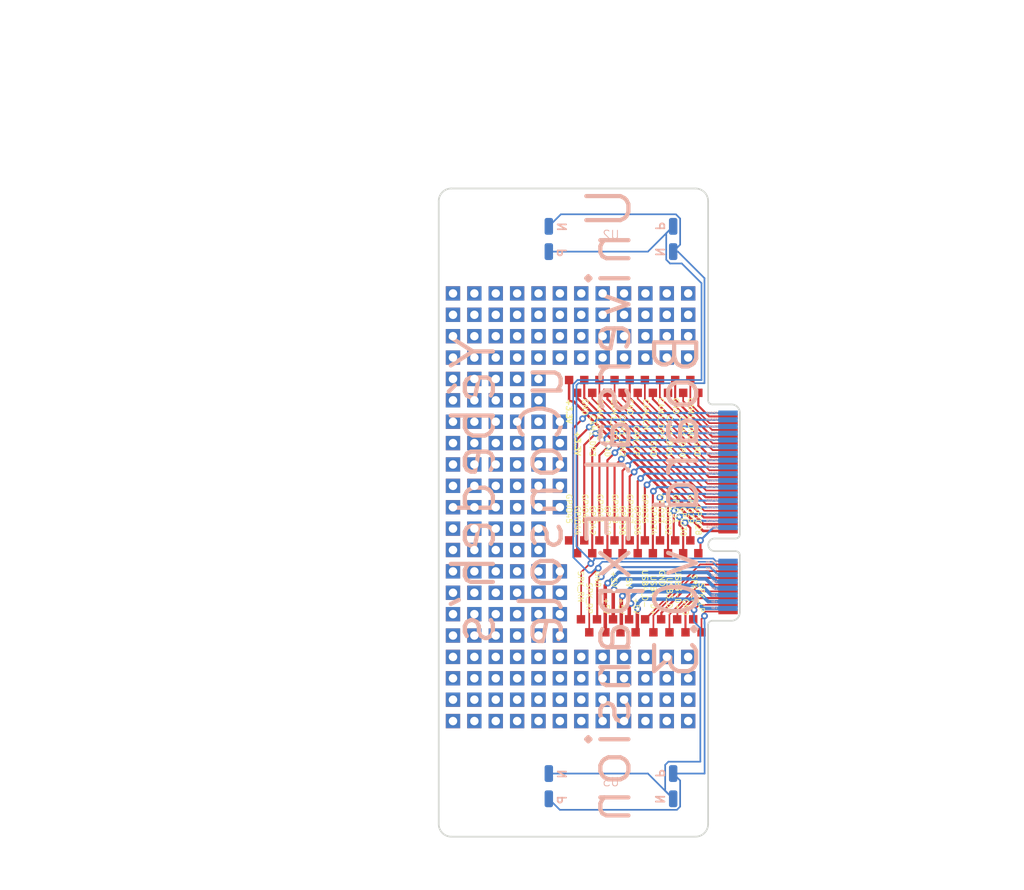
<source format=kicad_pcb>
(kicad_pcb (version 20240108) (generator "pcbnew") (generator_version "8.0")
  (title_block (title "uConsole expansion card template") (date "2024-07-10") (rev "0.1"))
  (layers (0 "F.Cu" signal) (31 "B.Cu" signal) (34 "B.Paste" user) (35 "F.Paste" user) (36 "B.SilkS" user "B.Silkscreen") (37 "F.SilkS" user "F.Silkscreen") (38 "B.Mask" user) (39 "F.Mask" user) (44 "Edge.Cuts" user))
  (net 0 "")
  (net 1 "/SPEAKER_LP")
  (net 2 "/SPEAKER_LN")
  (net 3 "/CAM1_DP3")
  (net 4 "/CAM1_DN3")
  (net 5 "/CAM1_DN2")
  (net 6 "/CAM1_CP")
  (net 7 "/CAM1_CN")
  (net 8 "/CAM1_DP1")
  (net 9 "/CAM1_DN1")
  (net 10 "/CAM1_DP0")
  (net 11 "/CAM1_DN0")
  (net 12 "+5V")
  (net 13 "GND")
  (net 14 "+3V3")
  (net 15 "/GPIO28")
  (net 16 "/GPIO29")
  (net 17 "/GPIO30")
  (net 18 "/GPIO31")
  (net 19 "/GPIO32")
  (net 20 "/GPIO33")
  (net 21 "/GPIO34")
  (net 22 "/GPIO35")
  (net 23 "/GPIO36")
  (net 24 "/GPIO37")
  (net 25 "/GPIO38")
  (net 26 "/GPIO39")
  (net 27 "/GPIO40")
  (net 28 "/GPIO41")
  (net 29 "/GPIO42")
  (net 30 "/GPIO43")
  (net 31 "/GPIO44")
  (net 32 "/GPIO45")
  (net 33 "/USB4_D+")
  (net 34 "/USB4_D-")
  (net 35 "/USB3_D-")
  (net 36 "/SPEAKER_RN")
  (net 37 "/CAM1_DP2")
  (net 38 "/SPEAKER_RP")
  (net 39 "/USB3_D+")
  (footprint "" (layer "F.Cu") (at 83.81 112.065)
    (property "Reference" "111" (hide yes))
    (property "Value" "")
  )
  (footprint "" (layer "F.Cu") (at 111.75 117.145)
    (property "Reference" "180" (hide yes))
    (property "Value" "")
  )
  (footprint "" (layer "F.Cu") (at 101.59 81.585)
    (property "Reference" "51" (hide yes))
    (property "Value" "")
  )
  (footprint "" (layer "F.Cu") (at 106.67 81.585)
    (property "Reference" "53" (hide yes))
    (property "Value" "")
  )
  (footprint "" (layer "F.Cu") (at 113.335 114.224)
    (property "Reference" "")
    (property "Value" "")
  )
  (footprint "" (layer "F.Cu") (at 91.43 86.665)
    (property "Reference" "64" (hide yes))
    (property "Value" "")
  )
  (footprint "" (layer "F.Cu") (at 93.97 81.585)
    (property "Reference" "48" (hide yes))
    (property "Value" "")
  )
  (footprint "" (layer "F.Cu") (at 83.81 73.965)
    (property "Reference" "" (hide yes))
    (property "Value" "")
  )
  (footprint "" (layer "F.Cu") (at 96.51 109.525)
    (property "Reference" "147" (hide yes))
    (property "Value" "")
  )
  (footprint "" (layer "F.Cu") (at 100 114.224)
    (property "Reference" "")
    (property "Value" "")
  )
  (footprint "" (layer "F.Cu") (at 97.604 84.252)
    (property "Reference" "")
    (property "Value" "")
  )
  (footprint "" (layer "F.Cu") (at 83.81 96.825)
    (property "Reference" "81" (hide yes))
    (property "Value" "")
  )
  (footprint "" (layer "F.Cu") (at 99.05 81.585)
    (property "Reference" "50" (hide yes))
    (property "Value" "")
  )
  (footprint "" (layer "F.Cu") (at 98.554 104.826)
    (property "Reference" "")
    (property "Value" "")
  )
  (footprint "" (layer "F.Cu") (at 93.97 73.965)
    (property "Reference" "12" (hide yes))
    (property "Value" "")
  )
  (footprint "" (layer "F.Cu") (at 106.67 119.685)
    (property "Reference" "171" (hide yes))
    (property "Value" "")
  )
  (footprint "" (layer "F.Cu") (at 86.35 106.985)
    (property "Reference" "102" (hide yes))
    (property "Value" "")
  )
  (footprint "MountingHole:MountingHole_5mm" (layer "F.Cu") (at 89.1288 67.488 90)
    (property "Reference" "H1" (hide yes))
    (property "Value" "MountingHole")
  )
  (footprint "" (layer "F.Cu") (at 86.35 79.045)
    (property "Reference" "33" (hide yes))
    (property "Value" "")
  )
  (footprint "" (layer "F.Cu") (at 88.89 99.365)
    (property "Reference" "88" (hide yes))
    (property "Value" "")
  )
  (footprint "" (layer "F.Cu") (at 111.75 79.045)
    (property "Reference" "43" (hide yes))
    (property "Value" "")
  )
  (footprint "" (layer "F.Cu") (at 93.97 101.905)
    (property "Reference" "95" (hide yes))
    (property "Value" "")
  )
  (footprint "" (layer "F.Cu") (at 110.204 103.302)
    (property "Reference" "7" (hide yes))
    (property "Value" "")
  )
  (footprint "" (layer "F.Cu") (at 111.75 73.965)
    (property "Reference" "19" (hide yes))
    (property "Value" "")
  )
  (footprint "" (layer "F.Cu") (at 88.89 73.965)
    (property "Reference" "10" (hide yes))
    (property "Value" "")
  )
  (footprint "" (layer "F.Cu") (at 104.13 73.965)
    (property "Reference" "16" (hide yes))
    (property "Value" "")
  )
  (footprint "" (layer "F.Cu") (at 86.35 104.445)
    (property "Reference" "97" (hide yes))
    (property "Value" "")
  )
  (footprint "" (layer "F.Cu") (at 83.81 119.685)
    (property "Reference" "126" (hide yes))
    (property "Value" "")
  )
  (footprint "" (layer "F.Cu") (at 88.89 112.065)
    (property "Reference" "113" (hide yes))
    (property "Value" "")
  )
  (footprint "" (layer "F.Cu") (at 83.81 114.605)
    (property "Reference" "116" (hide yes))
    (property "Value" "")
  )
  (footprint "" (layer "F.Cu") (at 88.89 84.125)
    (property "Reference" "58" (hide yes))
    (property "Value" "")
  )
  (footprint "" (layer "F.Cu") (at 86.35 84.125)
    (property "Reference" "57" (hide yes))
    (property "Value" "")
  )
  (footprint "" (layer "F.Cu") (at 100.354 104.826)
    (property "Reference" "1" (hide yes))
    (property "Value" "")
  )
  (footprint "" (layer "F.Cu") (at 91.43 124.765)
    (property "Reference" "139" (hide yes))
    (property "Value" "")
  )
  (footprint "" (layer "F.Cu") (at 83.81 81.585)
    (property "Reference" "44" (hide yes))
    (property "Value" "")
  )
  (footprint "" (layer "F.Cu") (at 86.35 114.605)
    (property "Reference" "117" (hide yes))
    (property "Value" "")
  )
  (footprint "" (layer "F.Cu") (at 83.81 86.665)
    (property "Reference" "61" (hide yes))
    (property "Value" "")
  )
  (footprint "" (layer "F.Cu") (at 83.81 84.125)
    (property "Reference" "56" (hide yes))
    (property "Value" "")
  )
  (footprint "" (layer "F.Cu") (at 83.81 99.365)
    (property "Reference" "86" (hide yes))
    (property "Value" "")
  )
  (footprint "" (layer "F.Cu") (at 103.954 104.826)
    (property "Reference" "3" (hide yes))
    (property "Value" "")
  )
  (footprint "" (layer "F.Cu") (at 111.154 85.776)
    (property "Reference" "7" (hide yes))
    (property "Value" "")
  )
  (footprint "" (layer "F.Cu") (at 106.67 124.765)
    (property "Reference" "173" (hide yes))
    (property "Value" "")
  )
  (footprint "" (layer "F.Cu") (at 99.011 112.678)
    (property "Reference" "")
    (property "Value" "")
  )
  (footprint "" (layer "F.Cu") (at 99.05 119.685)
    (property "Reference" "156" (hide yes))
    (property "Value" "")
  )
  (footprint "" (layer "F.Cu") (at 112.004 103.302)
    (property "Reference" "8" (hide yes))
    (property "Value" "")
  )
  (footprint "" (layer "F.Cu") (at 88.89 114.605)
    (property "Reference" "118" (hide yes))
    (property "Value" "")
  )
  (footprint "" (layer "F.Cu") (at 88.89 124.765)
    (property "Reference" "138" (hide yes))
    (property "Value" "")
  )
  (footprint "" (layer "F.Cu") (at 103.004 84.252)
    (property "Reference" "3" (hide yes))
    (property "Value" "")
  )
  (footprint "" (layer "F.Cu") (at 101.905 114.224)
    (property "Reference" "")
    (property "Value" "")
  )
  (footprint "" (layer "F.Cu") (at 93.97 96.825)
    (property "Reference" "85" (hide yes))
    (property "Value" "")
  )
  (footprint "" (layer "F.Cu") (at 103.705 114.224)
    (property "Reference" "")
    (property "Value" "")
  )
  (footprint "" (layer "F.Cu") (at 110.441 112.678)
    (property "Reference" "")
    (property "Value" "")
  )
  (footprint "" (layer "F.Cu") (at 100.354 85.776)
    (property "Reference" "1" (hide yes))
    (property "Value" "")
  )
  (footprint "" (layer "F.Cu") (at 86.35 86.665)
    (property "Reference" "62" (hide yes))
    (property "Value" "")
  )
  (footprint "" (layer "F.Cu") (at 108.536 112.678)
    (property "Reference" "")
    (property "Value" "")
  )
  (footprint "" (layer "F.Cu") (at 105.754 104.826)
    (property "Reference" "4" (hide yes))
    (property "Value" "")
  )
  (footprint "" (layer "F.Cu") (at 88.89 101.905)
    (property "Reference" "93" (hide yes))
    (property "Value" "")
  )
  (footprint "" (layer "F.Cu") (at 106.604 84.252)
    (property "Reference" "5" (hide yes))
    (property "Value" "")
  )
  (footprint "" (layer "F.Cu") (at 83.81 124.765)
    (property "Reference" "136" (hide yes))
    (property "Value" "")
  )
  (footprint "" (layer "F.Cu") (at 107.554 85.776)
    (property "Reference" "5" (hide yes))
    (property "Value" "")
  )
  (footprint "" (layer "F.Cu") (at 109.21 119.685)
    (property "Reference" "176" (hide yes))
    (property "Value" "")
  )
  (footprint "" (layer "F.Cu") (at 91.43 76.505)
    (property "Reference" "23" (hide yes))
    (property "Value" "")
  )
  (footprint "" (layer "F.Cu") (at 88.89 109.525)
    (property "Reference" "108" (hide yes))
    (property "Value" "")
  )
  (footprint "" (layer "F.Cu") (at 88.89 86.665)
    (property "Reference" "63" (hide yes))
    (property "Value" "")
  )
  (footprint "" (layer "F.Cu") (at 111.75 122.225)
    (property "Reference" "182" (hide yes))
    (property "Value" "")
  )
  (footprint "" (layer "F.Cu") (at 100.916 112.678)
    (property "Reference" "")
    (property "Value" "")
  )
  (footprint "" (layer "F.Cu") (at 86.35 89.205)
    (property "Reference" "67" (hide yes))
    (property "Value" "")
  )
  (footprint "" (layer "F.Cu") (at 107.62 114.224)
    (property "Reference" "")
    (property "Value" "")
  )
  (footprint "" (layer "F.Cu") (at 111.154 104.826)
    (property "Reference" "7" (hide yes))
    (property "Value" "")
  )
  (footprint "" (layer "F.Cu") (at 109.21 122.225)
    (property "Reference" "177" (hide yes))
    (property "Value" "")
  )
  (footprint "" (layer "F.Cu") (at 104.13 124.765)
    (property "Reference" "168" (hide yes))
    (property "Value" "")
  )
  (footprint "" (layer "F.Cu") (at 91.43 99.365)
    (property "Reference" "89" (hide yes))
    (property "Value" "")
  )
  (footprint "" (layer "F.Cu") (at 109.21 76.505)
    (property "Reference" "30" (hide yes))
    (property "Value" "")
  )
  (footprint "" (layer "F.Cu") (at 105.505 114.224)
    (property "Reference" "")
    (property "Value" "")
  )
  (footprint "" (layer "F.Cu") (at 104.13 117.145)
    (property "Reference" "165" (hide yes))
    (property "Value" "")
  )
  (footprint "" (layer "F.Cu") (at 96.51 112.065)
    (property "Reference" "148" (hide yes))
    (property "Value" "")
  )
  (footprint "" (layer "F.Cu") (at 91.43 114.605)
    (property "Reference" "119" (hide yes))
    (property "Value" "")
  )
  (footprint "" (layer "F.Cu") (at 96.51 124.765)
    (property "Reference" "153" (hide yes))
    (property "Value" "")
  )
  (footprint "" (layer "F.Cu") (at 101.204 103.302)
    (property "Reference" "2" (hide yes))
    (property "Value" "")
  )
  (footprint "" (layer "F.Cu") (at 83.81 76.505)
    (property "Reference" "20" (hide yes))
    (property "Value" "")
  )
  (footprint "" (layer "F.Cu") (at 109.21 79.045)
    (property "Reference" "42" (hide yes))
    (property "Value" "")
  )
  (footprint "" (layer "F.Cu") (at 91.43 94.285)
    (property "Reference" "79" (hide yes))
    (property "Value" "")
  )
  (footprint "" (layer "F.Cu") (at 93.97 86.665)
    (property "Reference" "65" (hide yes))
    (property "Value" "")
  )
  (footprint "" (layer "F.Cu") (at 96.51 73.965)
    (property "Reference" "13" (hide yes))
    (property "Value" "")
  )
  (footprint "" (layer "F.Cu") (at 96.51 91.745)
    (property "Reference" "144" (hide yes))
    (property "Value" "")
  )
  (footprint "" (layer "F.Cu") (at 112.954 104.826)
    (property "Reference" "8" (hide yes))
    (property "Value" "")
  )
  (footprint "" (layer "F.Cu") (at 83.81 109.525)
    (property "Reference" "106" (hide yes))
    (property "Value" "")
  )
  (footprint "" (layer "F.Cu") (at 93.97 79.045)
    (property "Reference" "36" (hide yes))
    (property "Value" "")
  )
  (footprint "" (layer "F.Cu") (at 91.43 104.445)
    (property "Reference" "99" (hide yes))
    (property "Value" "")
  )
  (footprint "" (layer "F.Cu") (at 86.35 124.765)
    (property "Reference" "137" (hide yes))
    (property "Value" "")
  )
  (footprint "" (layer "F.Cu") (at 104.726 112.678)
    (property "Reference" "")
    (property "Value" "")
  )
  (footprint "" (layer "F.Cu") (at 112.004 84.252)
    (property "Reference" "8" (hide yes))
    (property "Value" "")
  )
  (footprint "" (layer "F.Cu") (at 83.81 91.745)
    (property "Reference" "71" (hide yes))
    (property "Value" "")
  )
  (footprint "" (layer "F.Cu") (at 88.89 117.145)
    (property "Reference" "123" (hide yes))
    (property "Value" "")
  )
  (footprint "" (layer "F.Cu") (at 99.05 73.965)
    (property "Reference" "14" (hide yes))
    (property "Value" "")
  )
  (footprint "" (layer "F.Cu") (at 93.97 106.985)
    (property "Reference" "105" (hide yes))
    (property "Value" "")
  )
  (footprint "" (layer "F.Cu") (at 105.754 85.776)
    (property "Reference" "4" (hide yes))
    (property "Value" "")
  )
  (footprint "" (layer "F.Cu") (at 88.89 81.585)
    (property "Reference" "46" (hide yes))
    (property "Value" "")
  )
  (footprint "" (layer "F.Cu") (at 101.59 73.965)
    (property "Reference" "15" (hide yes))
    (property "Value" "")
  )
  (footprint "" (layer "F.Cu") (at 102.154 85.776)
    (property "Reference" "2" (hide yes))
    (property "Value" "")
  )
  (footprint "" (layer "F.Cu") (at 88.89 89.205)
    (property "Reference" "68" (hide yes))
    (property "Value" "")
  )
  (footprint "" (layer "F.Cu") (at 109.354 104.826)
    (property "Reference" "6" (hide yes))
    (property "Value" "")
  )
  (footprint "" (layer "F.Cu") (at 104.13 122.225)
    (property "Reference" "167" (hide yes))
    (property "Value" "")
  )
  (footprint "" (layer "F.Cu") (at 83.81 94.285)
    (property "Reference" "76" (hide yes))
    (property "Value" "")
  )
  (footprint "" (layer "F.Cu") (at 93.97 94.285)
    (property "Reference" "80" (hide yes))
    (property "Value" "")
  )
  (footprint "" (layer "F.Cu") (at 83.81 101.905)
    (property "Reference" "91" (hide yes))
    (property "Value" "")
  )
  (footprint "" (layer "F.Cu") (at 101.59 117.145)
    (property "Reference" "160" (hide yes))
    (property "Value" "")
  )
  (footprint "" (layer "F.Cu") (at 88.89 104.445)
    (property "Reference" "98" (hide yes))
    (property "Value" "")
  )
  (footprint "" (layer "F.Cu") (at 96.51 96.825)
    (property "Reference" "154" (hide yes))
    (property "Value" "")
  )
  (footprint "" (layer "F.Cu") (at 99.05 117.145)
    (property "Reference" "155" (hide yes))
    (property "Value" "")
  )
  (footprint "" (layer "F.Cu") (at 97.604 103.302)
    (property "Reference" "")
    (property "Value" "")
  )
  (footprint "" (layer "F.Cu") (at 91.43 119.685)
    (property "Reference" "129" (hide yes))
    (property "Value" "")
  )
  (footprint "" (layer "F.Cu") (at 96.51 119.685)
    (property "Reference" "151" (hide yes))
    (property "Value" "")
  )
  (footprint "" (layer "F.Cu") (at 93.97 112.065)
    (property "Reference" "115" (hide yes))
    (property "Value" "")
  )
  (footprint "" (layer "F.Cu") (at 93.97 119.685)
    (property "Reference" "130" (hide yes))
    (property "Value" "")
  )
  (footprint "" (layer "F.Cu") (at 93.97 117.145)
    (property "Reference" "125" (hide yes))
    (property "Value" "")
  )
  (footprint "" (layer "F.Cu") (at 96.51 99.365)
    (property "Reference" "159" (hide yes))
    (property "Value" "")
  )
  (footprint "" (layer "F.Cu") (at 98.554 85.776)
    (property "Reference" "")
    (property "Value" "")
  )
  (footprint "" (layer "F.Cu") (at 88.89 76.505)
    (property "Reference" "22" (hide yes))
    (property "Value" "")
  )
  (footprint "" (layer "F.Cu") (at 91.43 96.825)
    (property "Reference" "84" (hide yes))
    (property "Value" "")
  )
  (footprint "" (layer "F.Cu") (at 86.35 99.365)
    (property "Reference" "87" (hide yes))
    (property "Value" "")
  )
  (footprint "" (layer "F.Cu") (at 91.43 122.225)
    (property "Reference" "134" (hide yes))
    (property "Value" "")
  )
  (footprint "" (layer "F.Cu") (at 88.89 119.685)
    (property "Reference" "128" (hide yes))
    (property "Value" "")
  )
  (footprint "" (layer "F.Cu") (at 106.631 112.678)
    (property "Reference" "")
    (property "Value" "")
  )
  (footprint "" (layer "F.Cu") (at 109.525 114.224)
    (property "Reference" "")
    (property "Value" "")
  )
  (footprint "" (layer "F.Cu") (at 86.35 76.505)
    (property "Reference" "21" (hide yes))
    (property "Value" "")
  )
  (footprint "" (layer "F.Cu") (at 103.004 103.302)
    (property "Reference" "3" (hide yes))
    (property "Value" "")
  )
  (footprint "" (layer "F.Cu") (at 99.05 124.765)
    (property "Reference" "158" (hide yes))
    (property "Value" "")
  )
  (footprint "" (layer "F.Cu") (at 111.75 124.765)
    (property "Reference" "183" (hide yes))
    (property "Value" "")
  )
  (footprint "" (layer "F.Cu") (at 104.804 103.302)
    (property "Reference" "4" (hide yes))
    (property "Value" "")
  )
  (footprint "" (layer "F.Cu") (at 93.97 104.445)
    (property "Reference" "100" (hide yes))
    (property "Value" "")
  )
  (footprint "" (layer "F.Cu") (at 88.89 122.225)
    (property "Reference" "133" (hide yes))
    (property "Value" "")
  )
  (footprint "" (layer "F.Cu") (at 111.75 119.685)
    (property "Reference" "181" (hide yes))
    (property "Value" "")
  )
  (footprint "" (layer "F.Cu") (at 83.81 122.225)
    (property "Reference" "131" (hide yes))
    (property "Value" "")
  )
  (footprint "" (layer "F.Cu") (at 86.35 73.965)
    (property "Reference" "9" (hide yes))
    (property "Value" "")
  )
  (footprint "" (layer "F.Cu") (at 86.35 122.225)
    (property "Reference" "132" (hide yes))
    (property "Value" "")
  )
  (footprint "" (layer "F.Cu") (at 91.43 79.045)
    (property "Reference" "35" (hide yes))
    (property "Value" "")
  )
  (footprint "uconsole:edge-minipcie" (layer "F.Cu") (at 115.99 100)
    (property "Reference" "U1" (hide yes))
    (property "Value" "UC EXPANSION")
  )
  (footprint "" (layer "F.Cu") (at 111.75 81.585)
    (property "Reference" "55" (hide yes))
    (property "Value" "")
  )
  (footprint "MountingHole:MountingHole_5mm" (layer "F.Cu") (at 89.205 132.385)
    (property "Reference" "H2" (hide yes))
    (property "Value" "MountingHole")
  )
  (footprint "" (layer "F.Cu") (at 86.35 119.685)
    (property "Reference" "127" (hide yes))
    (property "Value" "")
  )
  (footprint "" (layer "F.Cu") (at 107.554 104.826)
    (property "Reference" "5" (hide yes))
    (property "Value" "")
  )
  (footprint "" (layer "F.Cu") (at 88.89 94.285)
    (property "Reference" "78" (hide yes))
    (property "Value" "")
  )
  (footprint "" (layer "F.Cu") (at 102.154 104.826)
    (property "Reference" "2" (hide yes))
    (property "Value" "")
  )
  (footprint "" (layer "F.Cu") (at 91.43 84.125)
    (property "Reference" "59" (hide yes))
    (property "Value" "")
  )
  (footprint "" (layer "F.Cu") (at 104.13 79.045)
    (property "Reference" "40" (hide yes))
    (property "Value" "")
  )
  (footprint "" (layer "F.Cu") (at 109.21 81.585)
    (property "Reference" "54" (hide yes))
    (property "Value" "")
  )
  (footprint "" (layer "F.Cu") (at 96.51 76.505)
    (property "Reference" "25" (hide yes))
    (property "Value" "")
  )
  (footprint "" (layer "F.Cu") (at 93.97 76.505)
    (property "Reference" "24" (hide yes))
    (property "Value" "")
  )
  (footprint "" (layer "F.Cu") (at 104.13 76.505)
    (property "Reference" "28" (hide yes))
    (property "Value" "")
  )
  (footprint "" (layer "F.Cu") (at 91.43 109.525)
    (property "Reference" "109" (hide yes))
    (property "Value" "")
  )
  (footprint "" (layer "F.Cu") (at 96.51 122.225)
    (property "Reference" "152" (hide yes))
    (property "Value" "")
  )
  (footprint "" (layer "F.Cu") (at 86.35 101.905)
    (property "Reference" "92" (hide yes))
    (property "Value" "")
  )
  (footprint "" (layer "F.Cu") (at 91.43 73.965)
    (property "Reference" "11" (hide yes))
    (property "Value" "")
  )
  (footprint "" (layer "F.Cu") (at 86.35 94.285)
    (property "Reference" "77" (hide yes))
    (property "Value" "")
  )
  (footprint "" (layer "F.Cu") (at 91.43 112.065)
    (property "Reference" "114" (hide yes))
    (property "Value" "")
  )
  (footprint "" (layer "F.Cu") (at 91.43 101.905)
    (property "Reference" "94" (hide yes))
    (property "Value" "")
  )
  (footprint "" (layer "F.Cu") (at 96.51 89.205)
    (property "Reference" "143" (hide yes))
    (property "Value" "")
  )
  (footprint "" (layer "F.Cu") (at 99.404 103.302)
    (property "Reference" "1" (hide yes))
    (property "Value" "")
  )
  (footprint "" (layer "F.Cu") (at 106.67 117.145)
    (property "Reference" "170" (hide yes))
    (property "Value" "")
  )
  (footprint "" (layer "F.Cu") (at 83.81 89.205)
    (property "Reference" "66" (hide yes))
    (property "Value" "")
  )
  (footprint "" (layer "F.Cu") (at 108.404 84.252)
    (property "Reference" "6" (hide yes))
    (property "Value" "")
  )
  (footprint "" (layer "F.Cu") (at 112.954 85.776)
    (property "Reference" "8" (hide yes))
    (property "Value" "")
  )
  (footprint "" (layer "F.Cu") (at 109.21 117.145)
    (property "Reference" "175" (hide yes))
    (property "Value" "")
  )
  (footprint "" (layer "F.Cu") (at 109.21 124.765)
    (property "Reference" "178" (hide yes))
    (property "Value" "")
  )
  (footprint "" (layer "F.Cu") (at 93.97 99.365)
    (property "Reference" "90" (hide yes))
    (property "Value" "")
  )
  (footprint "" (layer "F.Cu") (at 83.81 79.045)
    (property "Reference" "32" (hide yes))
    (property "Value" "")
  )
  (footprint "" (layer "F.Cu") (at 86.35 109.525)
    (property "Reference" "107" (hide yes))
    (property "Value" "")
  )
  (footprint "" (layer "F.Cu") (at 88.89 96.825)
    (property "Reference" "83" (hide yes))
    (property "Value" "")
  )
  (footprint "" (layer "F.Cu") (at 86.35 112.065)
    (property "Reference" "112" (hide yes))
    (property "Value" "")
  )
  (footprint "" (layer "F.Cu") (at 96.51 106.985)
    (property "Reference" "146" (hide yes))
    (property "Value" "")
  )
  (footprint "" (layer "F.Cu") (at 86.35 117.145)
    (property "Reference" "122" (hide yes))
    (property "Value" "")
  )
  (footprint "" (layer "F.Cu") (at 104.13 119.685)
    (property "Reference" "166" (hide yes))
    (property "Value" "")
  )
  (footprint "" (layer "F.Cu") (at 111.43 114.224)
    (property "Reference" "")
    (property "Value" "")
  )
  (footprint "" (layer "F.Cu") (at 96.51 81.585)
    (property "Reference" "49" (hide yes))
    (property "Value" "")
  )
  (footprint "" (layer "F.Cu") (at 99.05 79.045)
    (property "Reference" "38" (hide yes))
    (property "Value" "")
  )
  (footprint "" (layer "F.Cu") (at 91.43 117.145)
    (property "Reference" "124" (hide yes))
    (property "Value" "")
  )
  (footprint "" (layer "F.Cu") (at 104.804 84.252)
    (property "Reference" "4" (hide yes))
    (property "Value" "")
  )
  (footprint "" (layer "F.Cu") (at 101.204 84.252)
    (property "Reference" "2" (hide yes))
    (property "Value" "")
  )
  (footprint "" (layer "F.Cu") (at 101.59 122.225)
    (property "Reference" "162" (hide yes))
    (property "Value" "")
  )
  (footprint "" (layer "F.Cu") (at 96.51 94.285)
    (property "Reference" "145" (hide yes))
    (property "Value" "")
  )
  (footprint "" (layer "F.Cu") (at 93.97 109.525)
    (property "Reference" "110" (hide yes))
    (property "Value" "")
  )
  (footprint "" (layer "F.Cu") (at 102.821 112.678)
    (property "Reference" "")
    (property "Value" "")
  )
  (footprint "" (layer "F.Cu") (at 108.404 103.302)
    (property "Reference" "6" (hide yes))
    (property "Value" "")
  )
  (footprint "" (layer "F.Cu") (at 93.97 124.765)
    (property "Reference" "140" (hide yes))
    (property "Value" "")
  )
  (footprint "" (layer "F.Cu") (at 106.604 103.302)
    (property "Reference" "5" (hide yes))
    (property "Value" "")
  )
  (footprint "" (layer "F.Cu") (at 86.35 96.825)
    (property "Reference" "82" (hide yes))
    (property "Value" "")
  )
  (footprint "" (layer "F.Cu") (at 88.89 91.745)
    (property "Reference" "73" (hide yes))
    (property "Value" "")
  )
  (footprint "" (layer "F.Cu") (at 91.43 91.745)
    (property "Reference" "74" (hide yes))
    (property "Value" "")
  )
  (footprint "" (layer "F.Cu") (at 83.81 106.985)
    (property "Reference" "101" (hide yes))
    (property "Value" "")
  )
  (footprint "" (layer "F.Cu") (at 103.954 85.776)
    (property "Reference" "3" (hide yes))
    (property "Value" "")
  )
  (footprint "" (layer "F.Cu") (at 110.204 84.252)
    (property "Reference" "7" (hide yes))
    (property "Value" "")
  )
  (footprint "" (layer "F.Cu") (at 93.97 91.745)
    (property "Reference" "75" (hide yes))
    (property "Value" "")
  )
  (footprint "" (layer "F.Cu") (at 88.89 79.045)
    (property "Reference" "34" (hide yes))
    (property "Value" "")
  )
  (footprint "" (layer "F.Cu") (at 106.67 79.045)
    (property "Reference" "41" (hide yes))
    (property "Value" "")
  )
  (footprint "" (layer "F.Cu") (at 93.97 122.225)
    (property "Reference" "135" (hide yes))
    (property "Value" "")
  )
  (footprint "" (layer "F.Cu") (at 112.346 112.678)
    (property "Reference" "")
    (property "Value" "")
  )
  (footprint "" (layer "F.Cu") (at 99.05 122.225)
    (property "Reference" "157" (hide yes))
    (property "Value" "")
  )
  (footprint "" (layer "F.Cu") (at 83.81 104.445)
    (property "Reference" "96" (hide yes))
    (property "Value" "")
  )
  (footprint "" (layer "F.Cu") (at 99.05 76.505)
    (property "Reference" "26" (hide yes))
    (property "Value" "")
  )
  (footprint "" (layer "F.Cu") (at 104.13 81.585)
    (property "Reference" "52" (hide yes))
    (property "Value" "")
  )
  (footprint "" (layer "F.Cu") (at 101.59 119.685)
    (property "Reference" "161" (hide yes))
    (property "Value" "")
  )
  (footprint "" (layer "F.Cu") (at 91.43 81.585)
    (property "Reference" "47" (hide yes))
    (property "Value" "")
  )
  (footprint "" (layer "F.Cu") (at 91.43 89.205)
    (property "Reference" "69" (hide yes))
    (property "Value" "")
  )
  (footprint "" (layer "F.Cu") (at 111.75 76.505)
    (property "Reference" "31" (hide yes))
    (property "Value" "")
  )
  (footprint "" (layer "F.Cu") (at 96.51 117.145)
    (property "Reference" "150" (hide yes))
    (property "Value" "")
  )
  (footprint "" (layer "F.Cu") (at 96.51 114.605)
    (property "Reference" "149" (hide yes))
    (property "Value" "")
  )
  (footprint "" (layer "F.Cu") (at 101.59 76.505)
    (property "Reference" "27" (hide yes))
    (property "Value" "")
  )
  (footprint "" (layer "F.Cu") (at 86.35 81.585)
    (property "Reference" "45" (hide yes))
    (property "Value" "")
  )
  (footprint "" (layer "F.Cu") (at 93.97 89.205)
    (property "Reference" "70" (hide yes))
    (property "Value" "")
  )
  (footprint "" (layer "F.Cu") (at 93.97 84.125)
    (property "Reference" "60" (hide yes))
    (property "Value" "")
  )
  (footprint "" (layer "F.Cu") (at 101.59 79.045)
    (property "Reference" "39" (hide yes))
    (property "Value" "")
  )
  (footprint "" (layer "F.Cu") (at 96.51 79.045)
    (property "Reference" "37" (hide yes))
    (property "Value" "")
  )
  (footprint "" (layer "F.Cu") (at 99.404 84.252)
    (property "Reference" "1" (hide yes))
    (property "Value" "")
  )
  (footprint "" (layer "F.Cu") (at 83.81 117.145)
    (property "Reference" "121" (hide yes))
    (property "Value" "")
  )
  (footprint "" (layer "F.Cu") (at 109.21 73.965)
    (property "Reference" "18" (hide yes))
    (property "Value" "")
  )
  (footprint "" (layer "F.Cu") (at 109.354 85.776)
    (property "Reference" "6" (hide yes))
    (property "Value" "")
  )
  (footprint "" (layer "F.Cu") (at 91.43 106.985)
    (property "Reference" "104" (hide yes))
    (property "Value" "")
  )
  (footprint "" (layer "F.Cu") (at 86.35 91.745)
    (property "Reference" "72" (hide yes))
    (property "Value" "")
  )
  (footprint "" (layer "F.Cu") (at 101.59 124.765)
    (property "Reference" "163" (hide yes))
    (property "Value" "")
  )
  (footprint "" (layer "F.Cu") (at 106.67 76.505)
    (property "Reference" "29" (hide yes))
    (property "Value" "")
  )
  (footprint "" (layer "F.Cu") (at 106.67 122.225)
    (property "Reference" "172" (hide yes))
    (property "Value" "")
  )
  (footprint "" (layer "F.Cu") (at 88.89 106.985)
    (property "Reference" "103" (hide yes))
    (property "Value" "")
  )
  (footprint "" (layer "F.Cu") (at 106.67 73.965)
    (property "Reference" "17" (hide yes))
    (property "Value" "")
  )
  (footprint "" (layer "F.Cu") (at 93.97 114.605)
    (property "Reference" "120" (hide yes))
    (property "Value" "")
  )
  (footprint "uconsole:speaker pads" (layer "B.Cu") (at 102.58 132.5 180)
    (property "Reference" "U3")
    (property "Value" "Speaker")
  )
  (footprint "uconsole:speaker pads" (layer "B.Cu") (at 102.58 67.5 180)
    (property "Reference" "U2")
    (property "Value" "Speaker")
  )
  (gr_arc (start 116.885 87.15) (mid 117.592107 87.442893) (end 117.885 88.15) (stroke (width 0.2)) (layer "Edge.Cuts"))
  (gr_line (start 83.615 61.5) (end 112.615 61.5) (stroke (width 0.2)) (layer "Edge.Cuts"))
  (gr_arc (start 83.615 138.5) (mid 82.55434 138.06066) (end 82.115 137) (stroke (width 0.2)) (layer "Edge.Cuts"))
  (gr_arc (start 117.885 111.85) (mid 117.592107 112.557107) (end 116.885 112.85) (stroke (width 0.2)) (layer "Edge.Cuts"))
  (gr_line (start 116.885 112.85) (end 114.615 112.85) (stroke (width 0.2)) (layer "Edge.Cuts"))
  (gr_line (start 114.115 63) (end 114.115 86.65) (stroke (width 0.2)) (layer "Edge.Cuts"))
  (gr_line (start 114.115 113.35) (end 114.115 137) (stroke (width 0.2)) (layer "Edge.Cuts"))
  (gr_line (start 117.885 88.15) (end 117.885 102.58) (stroke (width 0.2)) (layer "Edge.Cuts"))
  (gr_line (start 112.615 138.5) (end 83.615 138.5) (stroke (width 0.2)) (layer "Edge.Cuts"))
  (gr_line (start 82.115 137) (end 82.115 63) (stroke (width 0.2)) (layer "Edge.Cuts"))
  (gr_arc (start 117.885 102.58) (mid 117.738553 102.933553) (end 117.385 103.08) (stroke (width 0.2)) (layer "Edge.Cuts"))
  (gr_arc (start 114.885 104.58) (mid 114.135 103.83) (end 114.885 103.08) (stroke (width 0.2)) (layer "Edge.Cuts"))
  (gr_arc (start 114.115 113.35) (mid 114.261447 112.996447) (end 114.615 112.85) (stroke (width 0.2)) (layer "Edge.Cuts"))
  (gr_line (start 114.885 103.08) (end 117.385 103.08) (stroke (width 0.2)) (layer "Edge.Cuts"))
  (gr_arc (start 117.385 104.58) (mid 117.738553 104.726447) (end 117.885 105.08) (stroke (width 0.2)) (layer "Edge.Cuts"))
  (gr_arc (start 114.115 137) (mid 113.67566 138.06066) (end 112.615 138.5) (stroke (width 0.2)) (layer "Edge.Cuts"))
  (gr_line (start 117.885 105.08) (end 117.885 111.85) (stroke (width 0.2)) (layer "Edge.Cuts"))
  (gr_arc (start 114.615 87.15) (mid 114.261447 87.003553) (end 114.115 86.65) (stroke (width 0.2)) (layer "Edge.Cuts"))
  (gr_line (start 114.615 87.15) (end 116.885 87.15) (stroke (width 0.2)) (layer "Edge.Cuts"))
  (gr_line (start 117.385 104.58) (end 114.885 104.58) (stroke (width 0.2)) (layer "Edge.Cuts"))
  (gr_arc (start 112.615 61.5) (mid 113.67566 61.93934) (end 114.115 63) (stroke (width 0.2)) (layer "Edge.Cuts"))
  (gr_arc (start 82.115 63) (mid 82.55434 61.93934) (end 83.615 61.5) (stroke (width 0.2)) (layer "Edge.Cuts"))
  (gr_text "GPIO40" (at 115.2908 92.2784 0) (layer "B.SilkS") (effects (font (size 0.25 0.25) (thickness 0.05) (bold yes)) (justify left bottom mirror)))
  (gr_text "GPIO31" (at 115.2908 99.5428 0) (layer "B.SilkS") (effects (font (size 0.25 0.25) (thickness 0.05) (bold yes)) (justify left bottom mirror)))
  (gr_text "GPIO42" (at 115.2908 90.7036 0) (layer "B.SilkS") (effects (font (size 0.25 0.25) (thickness 0.05) (bold yes)) (justify left bottom mirror)))
  (gr_text "SPK_RN" (at 115.2908 106.0452 0) (layer "B.SilkS") (effects (font (size 0.25 0.25) (thickness 0.05) (bold yes)) (justify left bottom mirror)))
  (gr_text "+5V" (at 115.2908 111.4808 0) (layer "B.SilkS") (effects (font (size 0.25 0.25) (thickness 0.05) (bold yes)) (justify left bottom mirror)))
  (gr_text "N" (at 107.78 134.7 -90) (layer "B.SilkS") (effects (font (size 1 1) (thickness 0.2) (bold yes)) (justify left bottom mirror)))
  (gr_text "GND" (at 115.2908 107.5692 0) (layer "B.SilkS") (effects (font (size 0.25 0.25) (thickness 0.05) (bold yes)) (justify left bottom mirror)))
  (gr_text "+5V" (at 115.2908 109.9568 0) (layer "B.SilkS") (effects (font (size 0.25 0.25) (thickness 0.05) (bold yes)) (justify left bottom mirror)))
  (gr_text "GPIO38" (at 115.2908 93.904 0) (layer "B.SilkS") (effects (font (size 0.25 0.25) (thickness 0.05) (bold yes)) (justify left bottom mirror)))
  (gr_text "GPIO41" (at 115.2908 91.5164 0) (layer "B.SilkS") (effects (font (size 0.25 0.25) (thickness 0.05) (bold yes)) (justify left bottom mirror)))
  (gr_text "GPIO39" (at 115.2908 93.142 0) (layer "B.SilkS") (effects (font (size 0.25 0.25) (thickness 0.05) (bold yes)) (justify left bottom mirror)))
  (gr_text "GPIO45" (at 115.2908 88.316 0) (layer "B.SilkS") (effects (font (size 0.25 0.25) (thickness 0.05) (bold yes)) (justify left bottom mirror)))
  (gr_text "+5V" (at 115.2908 108.3312 0) (layer "B.SilkS") (effects (font (size 0.25 0.25) (thickness 0.05) (bold yes)) (justify left bottom mirror)))
  (gr_text "GPIO28" (at 115.2908 101.8796 0) (layer "B.SilkS") (effects (font (size 0.25 0.25) (thickness 0.05) (bold yes)) (justify left bottom mirror)))
  (gr_text "Yébedeh's \nuConsole\nUniversal Expansion\nBoard v0.3" (at 83.3376 99.1872 90) (layer "B.SilkS") (effects (font (size 5 5) (thickness 0.5) (bold yes)) (justify top mirror)))
  (gr_text "GPIO34" (at 115.2908 97.1044 0) (layer "B.SilkS") (effects (font (size 0.25 0.25) (thickness 0.05) (bold yes)) (justify left bottom mirror)))
  (gr_text "GPIO30" (at 115.2908 100.3048 0) (layer "B.SilkS") (effects (font (size 0.25 0.25) (thickness 0.05) (bold yes)) (justify left bottom mirror)))
  (gr_text "GPIO32" (at 115.2908 98.6792 0) (layer "B.SilkS") (effects (font (size 0.25 0.25) (thickness 0.05) (bold yes)) (justify left bottom mirror)))
  (gr_text "GPIO43" (at 115.2908 89.9416 0) (layer "B.SilkS") (effects (font (size 0.25 0.25) (thickness 0.05) (bold yes)) (justify left bottom mirror)))
  (gr_text "+5V" (at 115.2908 110.7188 0) (layer "B.SilkS") (effects (font (size 0.25 0.25) (thickness 0.05) (bold yes)) (justify left bottom mirror)))
  (gr_text "GPIO44" (at 115.2908 89.078 0) (layer "B.SilkS") (effects (font (size 0.25 0.25) (thickness 0.05) (bold yes)) (justify left bottom mirror)))
  (gr_text "SPK_RP" (at 115.2908 106.8072 0) (layer "B.SilkS") (effects (font (size 0.25 0.25) (thickness 0.05) (bold yes)) (justify left bottom mirror)))
  (gr_text "GPIO33" (at 115.2908 97.9172 0) (layer "B.SilkS") (effects (font (size 0.25 0.25) (thickness 0.05) (bold yes)) (justify left bottom mirror)))
  (gr_text "GPIO35" (at 115.2908 96.3424 0) (layer "B.SilkS") (effects (font (size 0.25 0.25) (thickness 0.05) (bold yes)) (justify left bottom mirror)))
  (gr_text "GPIO36" (at 115.2908 95.4788 0) (layer "B.SilkS") (effects (font (size 0.25 0.25) (thickness 0.05) (bold yes)) (justify left bottom mirror)))
  (gr_text "GPIO29" (at 115.2908 101.1176 0) (layer "B.SilkS") (effects (font (size 0.25 0.25) (thickness 0.05) (bold yes)) (justify left bottom mirror)))
  (gr_text "+5V" (at 115.2908 109.1948 0) (layer "B.SilkS") (effects (font (size 0.25 0.25) (thickness 0.05) (bold yes)) (justify left bottom mirror)))
  (gr_text "GPIO37" (at 115.2908 94.7168 0) (layer "B.SilkS") (effects (font (size 0.25 0.25) (thickness 0.05) (bold yes)) (justify left bottom mirror)))
  (gr_text "GND" (at 111.049 110.16 270) (layer "F.SilkS") (effects (font (size 0.65 0.65) (thickness 0.1) (bold yes)) (justify left bottom)))
  (gr_text "SPK_LP" (at 112.954 108.255 270) (layer "F.SilkS") (effects (font (size 0.65 0.65) (thickness 0.1) (bold yes)) (justify left bottom)))
  (gr_text "SPK_RN" (at 98.603 106.858 270) (layer "F.SilkS") (effects (font (size 0.65 0.65) (thickness 0.1) (bold yes)) (justify left bottom)))
  (gr_text "+5V" (at 102.54 106.858 270) (layer "F.SilkS") (effects (font (size 0.65 0.65) (thickness 0.1) (bold yes)) (justify left bottom)))
  (gr_text "GND" (at 107.239 91.364 270) (layer "F.SilkS") (effects (font (size 0.65 0.65) (thickness 0.1) (bold yes)) (justify left bottom)))
  (gr_text "GND" (at 100.635 106.858 270) (layer "F.SilkS") (effects (font (size 0.65 0.65) (thickness 0.1) (bold yes)) (justify left bottom)))
  (gr_text "GPIO28" (at 112.573 99.111 270) (layer "F.SilkS") (effects (font (size 0.65 0.65) (thickness 0.1) (bold yes)) (justify left bottom)))
  (gr_text "USB4_D-" (at 106.223 106.731 270) (layer "F.SilkS") (effects (font (size 0.65 0.65) (thickness 0.1) (bold yes)) (justify left bottom)))
  (gr_text "GPIO42" (at 100 99.111 270) (layer "F.SilkS") (effects (font (size 0.65 0.65) (thickness 0.1) (bold yes)) (justify left bottom)))
  (gr_text "GPIO41" (at 100.889 97.714 270) (layer "F.SilkS") (effects (font (size 0.65 0.65) (thickness 0.1) (bold yes)) (justify left bottom)))
  (gr_text "GPIO30" (at 110.795 99.238 270) (layer "F.SilkS") (effects (font (size 0.65 0.65) (thickness 0.1) (bold yes)) (justify left bottom)))
  (gr_text "CAM1_DN0" (at 111.684 86.284 270) (layer "F.SilkS") (effects (font (size 0.65 0.65) (thickness 0.1) (bold yes)) (justify left bottom)))
  (gr_text "+5V" (at 104.318 106.858 270) (layer "F.SilkS") (effects (font (size 0.65 0.65) (thickness 0.1) (bold yes)) (justify left bottom)))
  (gr_text "+5V" (at 101.651 110.033 270) (layer "F.SilkS") (effects (font (size 0.65 0.65) (thickness 0.1) (bold yes)) (justify left bottom)))
  (gr_text "GPIO40" (at 101.778 99.111 270) (layer "F.SilkS") (effects (font (size 0.65 0.65) (thickness 0.1) (bold yes)) (justify left bottom)))
  (gr_text "CAM1_DP1" (at 108.128 86.284 270) (layer "F.SilkS") (effects (font (size 0.65 0.65) (thickness 0.1) (bold yes)) (justify left bottom)))
  (gr_text "GPIO39" (at 102.667 97.714 270) (layer "F.SilkS") (effects (font (size 0.65 0.65) (thickness 0.1) (bold yes)) (justify left bottom)))
  (gr_text "SPK_RP" (at 99.619 108.255 270) (layer "F.SilkS") (effects (font (size 0.65 0.65) (thickness 0.1) (bold yes)) (justify left bottom)))
  (gr_text "GPIO32" (at 108.992 99.111 270) (layer "F.SilkS") (effects (font (size 0.65 0.65) (thickness 0.1) (bold yes)) (justify left bottom)))
  (gr_text "CAM1_DN3\n" (at 100.889 86.411 270) (layer "F.SilkS") (effects (font (size 0.65 0.65) (thickness 0.1) (bold yes)) (justify left bottom)))
  (gr_text "CAM1_DP3" (at 100 88.316 270) (layer "F.SilkS") (effects (font (size 0.65 0.65) (thickness 0.1) (bold yes)) (justify left bottom)))
  (gr_text "GPIO38" (at 103.556 99.111 270) (layer "F.SilkS") (effects (font (size 0.65 0.65) (thickness 0.1) (bold yes)) (justify left bottom)))
  (gr_text "CAM1_DP0" (at 110.668 88.443 270) (layer "F.SilkS") (effects (font (size 0.65 0.65) (thickness 0.1) (bold yes)) (justify left bottom)))
  (gr_text "+5V" (at 103.429 110.033 270) (layer "F.SilkS") (effects (font (size 0.65 0.65) (thickness 0.1) (bold yes)) (justify left bottom)))
  (gr_text "GPIO45" (at 97.206 97.714 270) (layer "F.SilkS") (effects (font (size 0.65 0.65) (thickness 0.1) (bold yes)) (justify left bottom)))
  (gr_text "GND" (at 104.445 86.411 270) (layer "F.SilkS") (effects (font (size 0.65 0.65) (thickness 0.1) (bold yes)) (justify left bottom)))
  (gr_text "CAM1_DN2" (at 103.556 88.316 270) (layer "F.SilkS") (effects (font (size 0.65 0.65) (thickness 0.1) (bold yes)) (justify left bottom)))
  (gr_text "GND" (at 108.255 106.731 270) (layer "F.SilkS") (effects (font (size 0.65 0.65) (thickness 0.1) (bold yes)) (justify left bottom)))
  (gr_text "SPK_LN" (at 112.065 107.239 270) (layer "F.SilkS") (effects (font (size 0.65 0.65) (thickness 0.1) (bold yes)) (justify left bottom)))
  (gr_text "GPIO29" (at 111.684 97.714 270) (layer "F.SilkS") (effects (font (size 0.65 0.65) (thickness 0.1) (bold yes)) (justify left bottom)))
  (gr_text "+3.3V" (at 97.206 86.411 -90) (layer "F.SilkS") (effects (font (size 0.65 0.65) (thickness 0.3) (bold yes)) (justify left bottom)))
  (gr_text "GPIO35" (at 106.223 97.714 270) (layer "F.SilkS") (effects (font (size 0.65 0.65) (thickness 0.1) (bold yes)) (justify left bottom)))
  (gr_text "GPIO37" (at 104.445 97.714 270) (layer "F.SilkS") (effects (font (size 0.65 0.65) (thickness 0.1) (bold yes)) (justify left bottom)))
  (gr_text "GPIO36" (at 105.334 99.111 270) (layer "F.SilkS") (effects (font (size 0.65 0.65) (thickness 0.1) (bold yes)) (justify left bottom)))
  (gr_text "USB3-D+" (at 110.16 106.731 270) (layer "F.SilkS") (effects (font (size 0.65 0.65) (thickness 0.1) (bold yes)) (justify left bottom)))
  (gr_text "CAM_CN" (at 106.35 86.411 270) (layer "F.SilkS") (effects (font (size 0.65 0.65) (thickness 0.1) (bold yes)) (justify left bottom)))
  (gr_text "+3.3V" (at 98.222 90.221 -90) (layer "F.SilkS") (effects (font (size 0.65 0.65) (thickness 0.3) (bold yes)) (justify left bottom)))
  (gr_text "GPIO34" (at 107.239 99.111 270) (layer "F.SilkS") (effects (font (size 0.65 0.65) (thickness 0.1) (bold yes)) (justify left bottom)))
  (gr_text "USB3_D-" (at 109.144 107.62 270) (layer "F.SilkS") (effects (font (size 0.65 0.65) (thickness 0.1) (bold yes)) (justify left bottom)))
  (gr_text "GND" (at 99.111 86.411 270) (layer "F.SilkS") (effects (font (size 0.65 0.65) (thickness 0.1) (bold yes)) (justify left bottom)))
  (gr_text "CAM1_DN1" (at 109.144 88.316 270) (layer "F.SilkS") (effects (font (size 0.65 0.65) (thickness 0.1) (bold yes)) (justify left bottom)))
  (gr_text "CAM1_DP2" (at 102.54 86.411 270) (layer "F.SilkS") (effects (font (size 0.65 0.65) (thickness 0.1) (bold yes)) (justify left bottom)))
  (gr_text "+5V" (at 105.207 110.033 270) (layer "F.SilkS") (effects (font (size 0.65 0.65) (thickness 0.1) (bold yes)) (justify left bottom)))
  (gr_text "USB4-D+" (at 107.239 107.366 270) (layer "F.SilkS") (effects (font (size 0.65 0.65) (thickness 0.1) (bold yes)) (justify left bottom)))
  (gr_text "CAM_CP" (at 105.207 89.586 270) (layer "F.SilkS") (effects (font (size 0.65 0.65) (thickness 0.1) (bold yes)) (justify left bottom)))
  (gr_text "GPIO33" (at 108.128 97.714 270) (layer "F.SilkS") (effects (font (size 0.65 0.65) (thickness 0.1) (bold yes)) (justify left bottom)))
  (gr_text "GND" (at 101.778 91.364 270) (layer "F.SilkS") (effects (font (size 0.65 0.65) (thickness 0.1) (bold yes)) (justify left bottom)))
  (gr_text "GPIO44" (at 98.222 99.111 270) (layer "F.SilkS") (effects (font (size 0.65 0.65) (thickness 0.1) (bold yes)) (justify left bottom)))
  (gr_text "GND" (at 109.906 86.284 270) (layer "F.SilkS") (effects (font (size 0.65 0.65) (thickness 0.1) (bold yes)) (justify left bottom)))
  (gr_text "GPIO43" (at 99.111 97.714 270) (layer "F.SilkS") (effects (font (size 0.65 0.65) (thickness 0.1) (bold yes)) (justify left bottom)))
  (gr_text "GND" (at 112.446 91.364 270) (layer "F.SilkS") (effects (font (size 0.65 0.65) (thickness 0.1) (bold yes)) (justify left bottom)))
  (gr_text "GPIO31" (at 109.906 97.714 270) (layer "F.SilkS") (effects (font (size 0.65 0.65) (thickness 0.1) (bold yes)) (justify left bottom)))
  (segment (start 113.332 114.202) (end 113.332 112.636376) (width 0.2) (layer "F.Cu") (net 1))
  (segment (start 113.686909 111.845673) (end 113.686909 112.281467) (width 0.2) (layer "F.Cu") (net 1))
  (segment (start 113.332 112.636376) (end 113.686909 112.281467) (width 0.2) (layer "F.Cu") (net 1))
  (segment (start 116.893 111.758) (end 113.874582 111.758) (width 0.2) (layer "F.Cu") (net 1))
  (segment (start 113.774582 111.758) (end 113.686909 111.845673) (width 0.2) (layer "F.Cu") (net 1))
  (via (at 113.686909 112.281467) (size 0.8) (drill 0.4) (layers "F.Cu" "B.Cu") (net 1))
  (segment (start 96.501 135.306) (end 95.195 134) (width 0.2) (layer "B.Cu") (net 1))
  (segment (start 113.686909 113.194909) (end 113.686909 112.281467) (width 0.2) (layer "B.Cu") (net 1))
  (segment (start 113.7 113.208) (end 113.686909 113.194909) (width 0.2) (layer "B.Cu") (net 1))
  (segment (start 109.965 131) (end 110.795 131.83) (width 0.2) (layer "B.Cu") (net 1))
  (segment (start 109.965 131) (end 113.7 131) (width 0.2) (layer "B.Cu") (net 1))
  (segment (start 110.414 135.306) (end 96.501 135.306) (width 0.2) (layer "B.Cu") (net 1))
  (segment (start 113.7 113.208) (end 113.7 113.03476) (width 0.2) (layer "B.Cu") (net 1))
  (segment (start 110.795 134.925) (end 110.414 135.306) (width 0.2) (layer "B.Cu") (net 1))
  (segment (start 113.7 131) (end 113.7 113.208) (width 0.2) (layer "B.Cu") (net 1))
  (segment (start 110.795 131.83) (end 110.795 134.925) (width 0.2) (layer "B.Cu") (net 1))
  (segment (start 112.373 111.629996) (end 112.446 111.556996) (width 0.2) (layer "F.Cu") (net 2))
  (segment (start 116.893 110.958) (end 113.044996 110.958) (width 0.2) (layer "F.Cu") (net 2))
  (segment (start 113.044996 110.958) (end 112.446 111.556996) (width 0.2) (layer "F.Cu") (net 2))
  (segment (start 112.373 112.656) (end 112.373 111.629996) (width 0.2) (layer "F.Cu") (net 2))
  (via (at 112.446 111.556996) (size 0.8) (drill 0.4) (layers "F.Cu" "B.Cu") (net 2))
  (segment (start 112.446 112.969239) (end 112.446 111.556996) (width 0.2) (layer "B.Cu") (net 2))
  (segment (start 109.017 129.972) (end 109.398 129.591) (width 0.2) (layer "B.Cu") (net 2))
  (segment (start 109.965 134) (end 109.017 133.052) (width 0.2) (layer "B.Cu") (net 2))
  (segment (start 113.192761 113.716) (end 112.446 112.969239) (width 0.2) (layer "B.Cu") (net 2))
  (segment (start 109.017 133.052) (end 109.017 129.972) (width 0.2) (layer "B.Cu") (net 2))
  (segment (start 109.398 129.591) (end 113.192761 129.591) (width 0.2) (layer "B.Cu") (net 2))
  (segment (start 113.192761 129.591) (end 113.192761 113.716) (width 0.2) (layer "B.Cu") (net 2))
  (segment (start 109.965 134) (end 106.965 131) (width 0.2) (layer "B.Cu") (net 2))
  (segment (start 106.965 131) (end 95.195 131) (width 0.2) (layer "B.Cu") (net 2))
  (segment (start 116.485 99.78) (end 113.658 99.78) (width 0.2) (layer "F.Cu") (net 3))
  (segment (start 100.354 86.476) (end 100.354 85.776) (width 0.2) (layer "F.Cu") (net 3))
  (segment (start 113.658 99.78) (end 100.354 86.476) (width 0.2) (layer "F.Cu") (net 3))
  (segment (start 101.204 86.326) (end 101.204 84.252) (width 0.2) (layer "F.Cu") (net 4))
  (segment (start 116.485 98.98) (end 113.858 98.98) (width 0.2) (layer "F.Cu") (net 4))
  (segment (start 113.858 98.98) (end 101.204 86.326) (width 0.2) (layer "F.Cu") (net 4))
  (segment (start 103.954 86.476) (end 103.954 85.776) (width 0.2) (layer "F.Cu") (net 5))
  (segment (start 116.485 96.58) (end 114.058 96.58) (width 0.2) (layer "F.Cu") (net 5))
  (segment (start 114.058 96.58) (end 103.954 86.476) (width 0.2) (layer "F.Cu") (net 5))
  (segment (start 116.485 94.98) (end 114.258 94.98) (width 0.2) (layer "F.Cu") (net 6))
  (segment (start 114.258 94.98) (end 105.754 86.476) (width 0.2) (layer "F.Cu") (net 6))
  (segment (start 105.754 86.476) (end 105.754 85.776) (width 0.2) (layer "F.Cu") (net 6))
  (segment (start 116.485 94.18) (end 114.246 94.18) (width 0.2) (layer "F.Cu") (net 7))
  (segment (start 114.246 94.18) (end 106.604 86.538) (width 0.2) (layer "F.Cu") (net 7))
  (segment (start 106.604 86.538) (end 106.604 84.252) (width 0.2) (layer "F.Cu") (net 7))
  (segment (start 116.485 92.58) (end 114.658 92.58) (width 0.2) (layer "F.Cu") (net 8))
  (segment (start 114.658 92.58) (end 108.382 86.304) (width 0.2) (layer "F.Cu") (net 8))
  (segment (start 108.382 86.304) (end 108.382 84.274) (width 0.2) (layer "F.Cu") (net 8))
  (segment (start 109.354 86.476) (end 109.354 85.776) (width 0.2) (layer "F.Cu") (net 9))
  (segment (start 116.485 91.78) (end 114.658 91.78) (width 0.2) (layer "F.Cu") (net 9))
  (segment (start 114.658 91.78) (end 109.354 86.476) (width 0.2) (layer "F.Cu") (net 9))
  (segment (start 111.154 86.747975) (end 111.154 85.776) (width 0.2) (layer "F.Cu") (net 10))
  (segment (start 116.485 90.18) (end 114.586025 90.18) (width 0.2) (layer "F.Cu") (net 10))
  (segment (start 114.586025 90.18) (end 111.154 86.747975) (width 0.2) (layer "F.Cu") (net 10))
  (segment (start 114.281 89.38) (end 112.004 87.103) (width 0.2) (layer "F.Cu") (net 11))
  (segment (start 116.485 89.38) (end 114.281 89.38) (width 0.2) (layer "F.Cu") (net 11))
  (segment (start 112.004 87.103) (end 112.004 84.252) (width 0.2) (layer "F.Cu") (net 11))
  (segment (start 101.902 114.202) (end 101.902 108.665994) (width 0.42) (layer "F.Cu") (net 12))
  (segment (start 102.848 109.244008) (end 102.948008 109.144) (width 0.42) (layer "F.Cu") (net 12))
  (segment (start 101.902 108.665994) (end 102.185988 108.382006) (width 0.42) (layer "F.Cu") (net 12))
  (segment (start 105.712 111.459991) (end 105.742005 111.429986) (width 0.42) (layer "F.Cu") (net 12))
  (segment (start 102.848 112.656) (end 102.848 109.244008) (width 0.42) (layer "F.Cu") (net 12))
  (segment (start 105.712 114.202) (end 105.712 111.459991) (width 0.42) (layer "F.Cu") (net 12))
  (segment (start 104.753 112.656) (end 104.753 110.994994) (width 0.42) (layer "F.Cu") (net 12))
  (segment (start 103.807 110.036) (end 103.937 109.906) (width 0.42) (layer "F.Cu") (net 12))
  (segment (start 104.804012 110.64601) (end 104.952998 110.794996) (width 0.42) (layer "F.Cu") (net 12))
  (segment (start 105.694011 111.381992) (end 105.742005 111.429986) (width 0.42) (layer "F.Cu") (net 12))
  (segment (start 103.807 114.202) (end 103.807 110.036) (width 0.42) (layer "F.Cu") (net 12))
  (segment (start 105.694011 111.356001) (end 105.694011 111.381992) (width 0.42) (layer "F.Cu") (net 12))
  (segment (start 104.753 110.994994) (end 104.952998 110.794996) (width 0.42) (layer "F.Cu") (net 12))
  (via (at 104.952998 110.794996) (size 0.8) (drill 0.4) (layers "F.Cu" "B.Cu") (net 12))
  (via (at 105.742005 111.429986) (size 0.8) (drill 0.4) (layers "F.Cu" "B.Cu") (net 12))
  (via (at 103.937 109.906) (size 0.8) (drill 0.4) (layers "F.Cu" "B.Cu") (net 12))
  (via (at 102.948008 109.144) (size 0.8) (drill 0.4) (layers "F.Cu" "B.Cu") (net 12))
  (via (at 102.185988 108.382006) (size 0.8) (drill 0.4) (layers "F.Cu" "B.Cu") (net 12))
  (segment (start 113.843 107.874) (end 103.683 107.874) (width 0.42) (layer "B.Cu") (net 12))
  (segment (start 114.479 109.78) (end 113.335 108.636) (width 0.42) (layer "B.Cu") (net 12))
  (segment (start 116.485 109.78) (end 114.479 109.78) (width 0.42) (layer "B.Cu") (net 12))
  (segment (start 103.456006 107.112) (end 102.186 108.382006) (width 0.42) (layer "B.Cu") (net 12))
  (segment (start 114.047 107.112) (end 103.456006 107.112) (width 0.42) (layer "B.Cu") (net 12))
  (segment (start 114.136 110.58) (end 112.954 109.398) (width 0.42) (layer "B.Cu") (net 12))
  (segment (start 105.742005 110.767995) (end 105.742005 111.429986) (width 0.42) (layer "B.Cu") (net 12))
  (segment (start 116.485 110.58) (end 114.136 110.58) (width 0.42) (layer "B.Cu") (net 12))
  (segment (start 105.588 109.398) (end 104.826 110.16) (width 0.42) (layer "B.Cu") (net 12))
  (segment (start 106.223 110.287) (end 105.742005 110.767995) (width 0.42) (layer "B.Cu") (net 12))
  (segment (start 116.485 108.18) (end 115.115 108.18) (width 0.42) (layer "B.Cu") (net 12))
  (segment (start 113.335 108.636) (end 105.207 108.636) (width 0.42) (layer "B.Cu") (net 12))
  (segment (start 102.948008 108.608992) (end 102.948008 109.144) (width 0.42) (layer "B.Cu") (net 12))
  (segment (start 114.949 108.98) (end 113.843 107.874) (width 0.42) (layer "B.Cu") (net 12))
  (segment (start 116.485 108.98) (end 114.949 108.98) (width 0.42) (layer "B.Cu") (net 12))
  (segment (start 103.683 107.874) (end 102.948008 108.608992) (width 0.42) (layer "B.Cu") (net 12))
  (segment (start 116.485 111.38) (end 113.639 111.38) (width 0.42) (layer "B.Cu") (net 12))
  (segment (start 116.485 108.98) (end 116.448 109.017) (width 0.42) (layer "B.Cu") (net 12))
  (segment (start 104.826 110.16) (end 104.826 110.667998) (width 0.42) (layer "B.Cu") (net 12))
  (segment (start 105.207 108.636) (end 103.937 109.906) (width 0.42) (layer "B.Cu") (net 12))
  (segment (start 113.639 111.38) (end 113.589 111.43) (width 0.42) (layer "B.Cu") (net 12))
  (segment (start 103.075 109.017) (end 102.948 109.144) (width 0.42) (layer "B.Cu") (net 12))
  (segment (start 115.115 108.18) (end 114.047 107.112) (width 0.42) (layer "B.Cu") (net 12))
  (segment (start 113.589 111.43) (end 112.446 110.287) (width 0.42) (layer "B.Cu") (net 12))
  (segment (start 112.446 110.287) (end 106.223 110.287) (width 0.42) (layer "B.Cu") (net 12))
  (segment (start 104.826 110.667998) (end 104.952998 110.794996) (width 0.42) (layer "B.Cu") (net 12))
  (segment (start 112.954 109.398) (end 105.588 109.398) (width 0.42) (layer "B.Cu") (net 12))
  (segment (start 102.154 86.526) (end 102.154 85.776) (width 0.25) (layer "F.Cu") (net 13))
  (segment (start 116.485 90.98) (end 114.602 90.98) (width 0.25) (layer "F.Cu") (net 13))
  (segment (start 116.485 88.58) (end 114.234 88.58) (width 0.25) (layer "F.Cu") (net 13))
  (segment (start 114.408 93.38) (end 107.554 86.526) (width 0.25) (layer "F.Cu") (net 13))
  (segment (start 114.234 88.58) (end 112.954 87.3) (width 0.25) (layer "F.Cu") (net 13))
  (segment (start 116.485 93.38) (end 114.408 93.38) (width 0.25) (layer "F.Cu") (net 13))
  (segment (start 114.602 90.98) (end 110.204 86.582) (width 0.25) (layer "F.Cu") (net 13))
  (segment (start 110.204 86.582) (end 110.204 84.252) (width 0.25) (layer "F.Cu") (net 13))
  (segment (start 101.677384 107.752616) (end 101.544769 107.620001) (width 0.25) (layer "F.Cu") (net 13))
  (segment (start 112.711 107.758) (end 108.563 111.906) (width 0.25) (layer "F.Cu") (net 13))
  (segment (start 116.485 95.78) (end 114.208 95.78) (width 0.25) (layer "F.Cu") (net 13))
  (segment (start 116.485 98.18) (end 116.4 98.095) (width 0.25) (layer "F.Cu") (net 13))
  (segment (start 100.943 108.101002) (end 101.424001 107.620001) (width 0.25) (layer "F.Cu") (net 13))
  (segment (start 116.485 98.18) (end 113.808 98.18) (width 0.25) (layer "F.Cu") (net 13))
  (segment (start 101.544769 107.620001) (end 101.424001 107.620001) (width 0.25) (layer "F.Cu") (net 13))
  (segment (start 113.808 98.18) (end 102.154 86.526) (width 0.25) (layer "F.Cu") (net 13))
  (segment (start 111.427 111.240405) (end 111.427 114.202) (width 0.25) (layer "F.Cu") (net 13))
  (segment (start 107.554 86.526) (end 107.554 85.776) (width 0.25) (layer "F.Cu") (net 13))
  (segment (start 116.485 100.58) (end 113.608 100.58) (width 0.25) (layer "F.Cu") (net 13))
  (segment (start 99.404 86.376) (end 99.404 84.252) (width 0.25) (layer "F.Cu") (net 13))
  (segment (start 108.563 111.906) (end 108.563 112.656) (width 0.25) (layer "F.Cu") (net 13))
  (segment (start 112.509405 110.158) (end 111.427 111.240405) (width 0.25) (layer "F.Cu") (net 13))
  (segment (start 116.893 110.158) (end 112.509405 110.158) (width 0.25) (layer "F.Cu") (net 13))
  (segment (start 112.954 87.3) (end 112.954 85.776) (width 0.25) (layer "F.Cu") (net 13))
  (segment (start 100.943 112.656) (end 100.943 108.101002) (width 0.25) (layer "F.Cu") (net 13))
  (segment (start 116.893 107.758) (end 112.711 107.758) (width 0.25) (layer "F.Cu") (net 13))
  (segment (start 113.608 100.58) (end 99.404 86.376) (width 0.25) (layer "F.Cu") (net 13))
  (segment (start 104.804 86.376) (end 104.804 84.252) (width 0.25) (layer "F.Cu") (net 13))
  (segment (start 114.208 95.78) (end 104.804 86.376) (width 0.25) (layer "F.Cu") (net 13))
  (via (at 101.424001 107.620001) (size 0.8) (drill 0.4) (layers "F.Cu" "B.Cu") (net 13))
  (segment (start 115.285 107.38) (end 114.382 106.477) (width 0.25) (layer "B.Cu") (net 13))
  (segment (start 116.485 107.38) (end 115.285 107.38) (width 0.25) (layer "B.Cu") (net 13))
  (segment (start 114.382 106.477) (end 102.567 106.477) (width 0.25) (layer "B.Cu") (net 13))
  (segment (start 102.567 106.477) (end 101.424 107.62) (width 0.25) (layer "B.Cu") (net 13))
  (segment (start 98.554 86.362) (end 98.554 85.776) (width 0.3) (layer "F.Cu") (net 14))
  (segment (start 98.14087 86.792) (end 113.52887 102.18) (width 0.3) (layer "F.Cu") (net 14))
  (segment (start 97.714 86.792) (end 98.14087 86.792) (width 0.3) (layer "F.Cu") (net 14))
  (segment (start 113.572 101.38) (end 98.554 86.362) (width 0.3) (layer "F.Cu") (net 14))
  (segment (start 116.485 101.38) (end 113.572 101.38) (width 0.3) (layer "F.Cu") (net 14))
  (segment (start 97.604 86.682) (end 97.604 84.252) (width 0.3) (layer "F.Cu") (net 14))
  (segment (start 113.52887 102.18) (end 116.485 102.18) (width 0.3) (layer "F.Cu") (net 14))
  (segment (start 97.714 86.792) (end 97.604 86.682) (width 0.3) (layer "F.Cu") (net 14))
  (segment (start 116.485 101.38) (end 116.322 101.217) (width 0.3) (layer "F.Cu") (net 14))
  (segment (start 113.208 104.572) (end 112.954 104.826) (width 0.25) (layer "F.Cu") (net 15))
  (segment (start 113.208 103.302) (end 113.208 104.572) (width 0.25) (layer "F.Cu") (net 15))
  (via (at 113.208 103.302) (size 0.8) (drill 0.4) (layers "F.Cu" "B.Cu") (net 15))
  (segment (start 116.485 101.78) (end 114.73 101.78) (width 0.25) (layer "B.Cu") (net 15))
  (segment (start 114.73 101.78) (end 113.208 103.302) (width 0.25) (layer "B.Cu") (net 15))
  (segment (start 112.004 103.302) (end 112.004 101.81795) (width 0.25) (layer "F.Cu") (net 16))
  (segment (start 111.34099 100.92699) (end 111.34099 101.15494) (width 0.25) (layer "F.Cu") (net 16))
  (segment (start 112.004 101.81795) (end 111.377498 101.191448) (width 0.25) (layer "F.Cu") (net 16))
  (segment (start 111.34099 101.15494) (end 111.377498 101.191448) (width 0.25) (layer "F.Cu") (net 16))
  (via (at 111.377498 101.191448) (size 0.8) (drill 0.4) (layers "F.Cu" "B.Cu") (net 16))
  (segment (start 111.588946 100.98) (end 111.377498 101.191448) (width 0.25) (layer "B.Cu") (net 16))
  (segment (start 116.485 100.98) (end 111.588946 100.98) (width 0.25) (layer "B.Cu") (net 16))
  (segment (start 111.154 104.826) (end 111.154 101.922545) (width 0.25) (layer "F.Cu") (net 17))
  (segment (start 110.702498 101.471043) (end 110.702498 100.522942) (width 0.25) (layer "F.Cu") (net 17))
  (segment (start 111.154 101.922545) (end 110.702498 101.471043) (width 0.25) (layer "F.Cu") (net 17))
  (segment (start 110.702498 100.522942) (end 110.705745 100.519695) (width 0.25) (layer "F.Cu") (net 17))
  (via (at 110.705745 100.519695) (size 0.8) (drill 0.4) (layers "F.Cu" "B.Cu") (net 17))
  (segment (start 111.04544 100.18) (end 110.705745 100.519695) (width 0.25) (layer "B.Cu") (net 17))
  (segment (start 116.485 100.18) (end 111.04544 100.18) (width 0.25) (layer "B.Cu") (net 17))
  (segment (start 110.204 103.302) (end 110.030745 103.128745) (width 0.25) (layer "F.Cu") (net 18))
  (segment (start 110.030745 99.813323) (end 110.041965 99.802103) (width 0.25) (layer "F.Cu") (net 18))
  (segment (start 110.030745 103.128745) (end 110.030745 99.813323) (width 0.25) (layer "F.Cu") (net 18))
  (via (at 110.041965 99.802103) (size 0.8) (drill 0.4) (layers "F.Cu" "B.Cu") (net 18))
  (segment (start 116.485 99.38) (end 110.464068 99.38) (width 0.25) (layer "B.Cu") (net 18))
  (segment (start 110.464068 99.38) (end 110.041965 99.802103) (width 0.25) (layer "B.Cu") (net 18))
  (segment (start 109.354 104.826) (end 109.354 99.184503) (width 0.25) (layer "F.Cu") (net 19))
  (segment (start 109.354 99.184503) (end 109.172455 99.002958) (width 0.25) (layer "F.Cu") (net 19))
  (via (at 109.172455 99.002958) (size 0.8) (drill 0.4) (layers "F.Cu" "B.Cu") (net 19))
  (segment (start 116.485 98.58) (end 109.595413 98.58) (width 0.25) (layer "B.Cu") (net 19))
  (segment (start 109.595413 98.58) (end 109.172455 99.002958) (width 0.25) (layer "B.Cu") (net 19))
  (segment (start 108.404 103.302) (end 108.404 98.243994) (width 0.25) (layer "F.Cu") (net 20))
  (segment (start 108.404 98.243994) (end 108.382 98.221994) (width 0.25) (layer "F.Cu") (net 20))
  (via (at 108.382 98.221994) (size 0.8) (drill 0.4) (layers "F.Cu" "B.Cu") (net 20))
  (segment (start 116.485 97.78) (end 108.823994 97.78) (width 0.25) (layer "B.Cu") (net 20))
  (segment (start 108.823994 97.78) (end 108.382 98.221994) (width 0.25) (layer "B.Cu") (net 20))
  (segment (start 107.554 104.826) (end 107.554 97.526) (width 0.25) (layer "F.Cu") (net 21))
  (segment (start 107.554 97.526) (end 107.62 97.46) (width 0.25) (layer "F.Cu") (net 21))
  (via (at 107.62 97.46) (size 0.8) (drill 0.4) (layers "F.Cu" "B.Cu") (net 21))
  (segment (start 116.485 96.98) (end 108.1 96.98) (width 0.25) (layer "B.Cu") (net 21))
  (segment (start 108.1 96.98) (end 107.62 97.46) (width 0.25) (layer "B.Cu") (net 21))
  (segment (start 106.604 103.302) (end 106.604 96.952) (width 0.25) (layer "F.Cu") (net 22))
  (segment (start 106.604 96.952) (end 106.858 96.698) (width 0.25) (layer "F.Cu") (net 22))
  (via (at 106.858 96.698) (size 0.8) (drill 0.4) (layers "F.Cu" "B.Cu") (net 22))
  (segment (start 107.376 96.18) (end 106.858 96.698) (width 0.25) (layer "B.Cu") (net 22))
  (segment (start 116.485 96.18) (end 107.376 96.18) (width 0.25) (layer "B.Cu") (net 22))
  (segment (start 105.754 96.278) (end 106.096 95.936) (width 0.25) (layer "F.Cu") (net 23))
  (segment (start 105.754 104.826) (end 105.754 96.278) (width 0.25) (layer "F.Cu") (net 23))
  (via (at 106.096 95.936) (size 0.8) (drill 0.4) (layers "F.Cu" "B.Cu") (net 23))
  (segment (start 116.485 95.38) (end 106.652 95.38) (width 0.25) (layer "B.Cu") (net 23))
  (segment (start 106.652 95.38) (end 106.096 95.936) (width 0.25) (layer "B.Cu") (net 23))
  (segment (start 104.804 95.704) (end 105.334 95.174) (width 0.25) (layer "F.Cu") (net 24))
  (segment (start 104.804 103.302) (end 104.804 95.704) (width 0.25) (layer "F.Cu") (net 24))
  (via (at 105.334 95.174) (size 0.8) (drill 0.4) (layers "F.Cu" "B.Cu") (net 24))
  (segment (start 116.485 94.58) (end 105.928 94.58) (width 0.25) (layer "B.Cu") (net 24))
  (segment (start 105.928 94.58) (end 105.334 95.174) (width 0.25) (layer "B.Cu") (net 24))
  (segment (start 103.954 104.826) (end 103.954 95.03) (width 0.25) (layer "F.Cu") (net 25))
  (segment (start 103.954 95.03) (end 104.572 94.412) (width 0.25) (layer "F.Cu") (net 25))
  (via (at 104.572 94.412) (size 0.8) (drill 0.4) (layers "F.Cu" "B.Cu") (net 25))
  (segment (start 105.204 93.78) (end 104.572 94.412) (width 0.25) (layer "B.Cu") (net 25))
  (segment (start 116.485 93.78) (end 105.204 93.78) (width 0.25) (layer "B.Cu") (net 25))
  (segment (start 103.004 103.302) (end 103.004 94.456) (width 0.25) (layer "F.Cu") (net 26))
  (segment (start 103.004 94.456) (end 103.81 93.65) (width 0.25) (layer "F.Cu") (net 26))
  (via (at 103.81 93.65) (size 0.8) (drill 0.4) (layers "F.Cu" "B.Cu") (net 26))
  (segment (start 104.48 92.98) (end 103.81 93.65) (width 0.25) (layer "B.Cu") (net 26))
  (segment (start 116.485 92.98) (end 104.48 92.98) (width 0.25) (layer "B.Cu") (net 26))
  (segment (start 102.154 93.782) (end 103.048 92.888) (width 0.25) (layer "F.Cu") (net 27))
  (segment (start 102.154 104.826) (end 102.154 93.782) (width 0.25) (layer "F.Cu") (net 27))
  (via (at 103.048 92.888) (size 0.8) (drill 0.4) (layers "F.Cu" "B.Cu") (net 27))
  (segment (start 116.485 92.18) (end 103.756 92.18) (width 0.25) (layer "B.Cu") (net 27))
  (segment (start 103.756 92.18) (end 103.048 92.888) (width 0.25) (layer "B.Cu") (net 27))
  (segment (start 101.204 103.302) (end 101.204 93.208) (width 0.25) (layer "F.Cu") (net 28))
  (segment (start 101.204 93.208) (end 102.286 92.126) (width 0.25) (layer "F.Cu") (net 28))
  (via (at 102.286 92.126) (size 0.8) (drill 0.4) (layers "F.Cu" "B.Cu") (net 28))
  (segment (start 116.485 91.38) (end 103.032 91.38) (width 0.25) (layer "B.Cu") (net 28))
  (segment (start 103.032 91.38) (end 102.286 92.126) (width 0.25) (layer "B.Cu") (net 28))
  (segment (start 100.354 92.534) (end 101.524 91.364) (width 0.25) (layer "F.Cu") (net 29))
  (segment (start 100.354 104.826) (end 100.354 92.534) (width 0.25) (layer "F.Cu") (net 29))
  (via (at 101.524 91.364) (size 0.8) (drill 0.4) (layers "F.Cu" "B.Cu") (net 29))
  (segment (start 102.308 90.58) (end 101.524 91.364) (width 0.25) (layer "B.Cu") (net 29))
  (segment (start 116.485 90.58) (end 102.308 90.58) (width 0.25) (layer "B.Cu") (net 29))
  (segment (start 99.404 103.302) (end 99.404 91.96) (width 0.25) (layer "F.Cu") (net 30))
  (segment (start 99.404 91.96) (end 100.762 90.602) (width 0.25) (layer "F.Cu") (net 30))
  (via (at 100.762 90.602) (size 0.8) (drill 0.4) (layers "F.Cu" "B.Cu") (net 30))
  (segment (start 116.485 89.78) (end 101.584 89.78) (width 0.25) (layer "B.Cu") (net 30))
  (segment (start 101.584 89.78) (end 100.762 90.602) (width 0.25) (layer "B.Cu") (net 30))
  (segment (start 98.554 91.286) (end 100 89.84) (width 0.25) (layer "F.Cu") (net 31))
  (segment (start 98.554 104.826) (end 98.554 91.286) (width 0.25) (layer "F.Cu") (net 31))
  (via (at 100 89.84) (size 0.8) (drill 0.4) (layers "F.Cu" "B.Cu") (net 31))
  (segment (start 100.86 88.98) (end 100 89.84) (width 0.25) (layer "B.Cu") (net 31))
  (segment (start 116.485 88.98) (end 100.86 88.98) (width 0.25) (layer "B.Cu") (net 31))
  (segment (start 97.604 103.302) (end 98.095 102.811) (width 0.25) (layer "F.Cu") (net 32))
  (segment (start 98.095 102.811) (end 98.095 89.967) (width 0.25) (layer "F.Cu") (net 32))
  (segment (start 98.095 89.967) (end 99.21046 88.85154) (width 0.25) (layer "F.Cu") (net 32))
  (via (at 99.21046 88.85154) (size 0.8) (drill 0.4) (layers "F.Cu" "B.Cu") (net 32))
  (segment (start 99.882 88.18) (end 99.21046 88.85154) (width 0.25) (layer "B.Cu") (net 32))
  (segment (start 116.485 88.18) (end 99.882 88.18) (width 0.25) (layer "B.Cu") (net 32))
  (segment (start 112.850974 106.958) (end 107.617 112.191974) (width 0.2) (layer "F.Cu") (net 33))
  (segment (start 114.024 106.958) (end 112.850974 106.958) (width 0.2) (layer "F.Cu") (net 33))
  (segment (start 107.617 112.191974) (end 107.617 114.202) (width 0.2) (layer "F.Cu") (net 33))
  (segment (start 116.893 106.958) (end 113.821 106.958) (width 0.2) (layer "F.Cu") (net 33))
  (segment (start 116.893 106.158) (end 113.156 106.158) (width 0.2) (layer "F.Cu") (net 34))
  (segment (start 113.156 106.158) (end 106.658 112.656) (width 0.2) (layer "F.Cu") (net 34))
  (segment (start 109.522 112.102) (end 109.522 114.202) (width 0.2) (layer "F.Cu") (net 35))
  (segment (start 116.893 108.558) (end 113.066 108.558) (width 0.2) (layer "F.Cu") (net 35))
  (segment (start 113.066 108.558) (end 109.522 112.102) (width 0.2) (layer "F.Cu") (net 35))
  (segment (start 99.038 112.656) (end 99.038 107.089998) (width 0.2) (layer "F.Cu") (net 36))
  (segment (start 99.038 107.089998) (end 100.054 106.073998) (width 0.2) (layer "F.Cu") (net 36))
  (via (at 100.181819 106.046179) (size 0.8) (drill 0.4) (layers "F.Cu" "B.Cu") (net 36))
  (segment (start 98.476 104.002) (end 100.254 105.78) (width 0.2) (layer "B.Cu") (net 36))
  (segment (start 110.795 65.075) (end 110.287 64.567) (width 0.2) (layer "B.Cu") (net 36))
  (segment (start 98.716974 84.633) (end 98.476 84.873974) (width 0.2) (layer "B.Cu") (net 36))
  (segment (start 110.795 68.17) (end 110.795 65.075) (width 0.2) (layer "B.Cu") (net 36))
  (segment (start 113.685 72.156) (end 113.685 84.633) (width 0.2) (layer "B.Cu") (net 36))
  (segment (start 109.965 69) (end 110.529 69) (width 0.2) (layer "B.Cu") (net 36))
  (segment (start 116.485 105.78) (end 115.051 105.78) (width 0.2) (layer "B.Cu") (net 36))
  (segment (start 110.529 69) (end 113.685 72.156) (width 0.2) (layer "B.Cu") (net 36))
  (segment (start 113.685 84.633) (end 98.716974 84.633) (width 0.2) (layer "B.Cu") (net 36))
  (segment (start 100.573 105.654998) (end 100.181819 106.046179) (width 0.2) (layer "B.Cu") (net 36))
  (segment (start 110.287 64.567) (end 96.628 64.567) (width 0.2) (layer "B.Cu") (net 36))
  (segment (start 100.573 105.461) (end 100.573 105.654998) (width 0.2) (layer "B.Cu") (net 36))
  (segment (start 98.476 84.873974) (end 98.476 104.002) (width 0.2) (layer "B.Cu") (net 36))
  (segment (start 109.965 69) (end 110.795 68.17) (width 0.2) (layer "B.Cu") (net 36))
  (segment (start 96.628 64.567) (end 95.195 66) (width 0.2) (layer "B.Cu") (net 36))
  (segment (start 114.732 105.461) (end 100.573 105.461) (width 0.2) (layer "B.Cu") (net 36))
  (segment (start 115.051 105.78) (end 114.732 105.461) (width 0.2) (layer "B.Cu") (net 36))
  (segment (start 116.485 97.38) (end 113.89 97.38) (width 0.2) (layer "F.Cu") (net 37))
  (segment (start 103.004 86.494) (end 103.004 84.252) (width 0.2) (layer "F.Cu") (net 37))
  (segment (start 113.89 97.38) (end 103.004 86.494) (width 0.2) (layer "F.Cu") (net 37))
  (segment (start 99.997 114.202) (end 99.997 107.683465) (width 0.2) (layer "F.Cu") (net 38))
  (segment (start 99.997 107.683465) (end 101.070008 106.610457) (width 0.2) (layer "F.Cu") (net 38))
  (via (at 101.070008 106.610457) (size 0.8) (drill 0.4) (layers "F.Cu" "B.Cu") (net 38))
  (segment (start 109.592483 70.409) (end 110.986 70.409) (width 0.2) (layer "B.Cu") (net 38))
  (segment (start 109.965 66) (end 109.144 66.821) (width 0.2) (layer "B.Cu") (net 38))
  (segment (start 100.267465 107.127) (end 101.552465 105.842) (width 0.2) (layer "B.Cu") (net 38))
  (segment (start 110.986 70.409) (end 113.335 72.758) (width 0.2) (layer "B.Cu") (net 38))
  (segment (start 98.095 84.76) (end 98.095 105.3086) (width 0.2) (layer "B.Cu") (net 38))
  (segment (start 109.144 66.821) (end 109.144 69.960517) (width 0.2) (layer "B.Cu") (net 38))
  (segment (start 113.335 72.758) (end 113.335 84.252) (width 0.2) (layer "B.Cu") (net 38))
  (segment (start 113.335 84.252) (end 98.603 84.252) (width 0.2) (layer "B.Cu") (net 38))
  (segment (start 98.095 105.3086) (end 99.9134 107.127) (width 0.2) (layer "B.Cu") (net 38))
  (segment (start 106.965 69) (end 95.195 69) (width 0.2) (layer "B.Cu") (net 38))
  (segment (start 101.552465 105.842) (end 114.597 105.842) (width 0.2) (layer "B.Cu") (net 38))
  (segment (start 98.603 84.252) (end 98.095 84.76) (width 0.2) (layer "B.Cu") (net 38))
  (segment (start 114.597 105.842) (end 115.335 106.58) (width 0.2) (layer "B.Cu") (net 38))
  (segment (start 99.9134 107.127) (end 100.267465 107.127) (width 0.2) (layer "B.Cu") (net 38))
  (segment (start 115.335 106.58) (end 116.485 106.58) (width 0.2) (layer "B.Cu") (net 38))
  (segment (start 109.965 66) (end 106.965 69) (width 0.2) (layer "B.Cu") (net 38))
  (segment (start 109.144 69.960517) (end 109.592483 70.409) (width 0.2) (layer "B.Cu") (net 38))
  (segment (start 110.468 111.669075) (end 110.468 112.656) (width 0.2) (layer "F.Cu") (net 39))
  (segment (start 116.893 109.358) (end 112.779075 109.358) (width 0.2) (layer "F.Cu") (net 39))
  (segment (start 112.779075 109.358) (end 110.468 111.669075) (width 0.2) (layer "F.Cu") (net 39))
)
</source>
